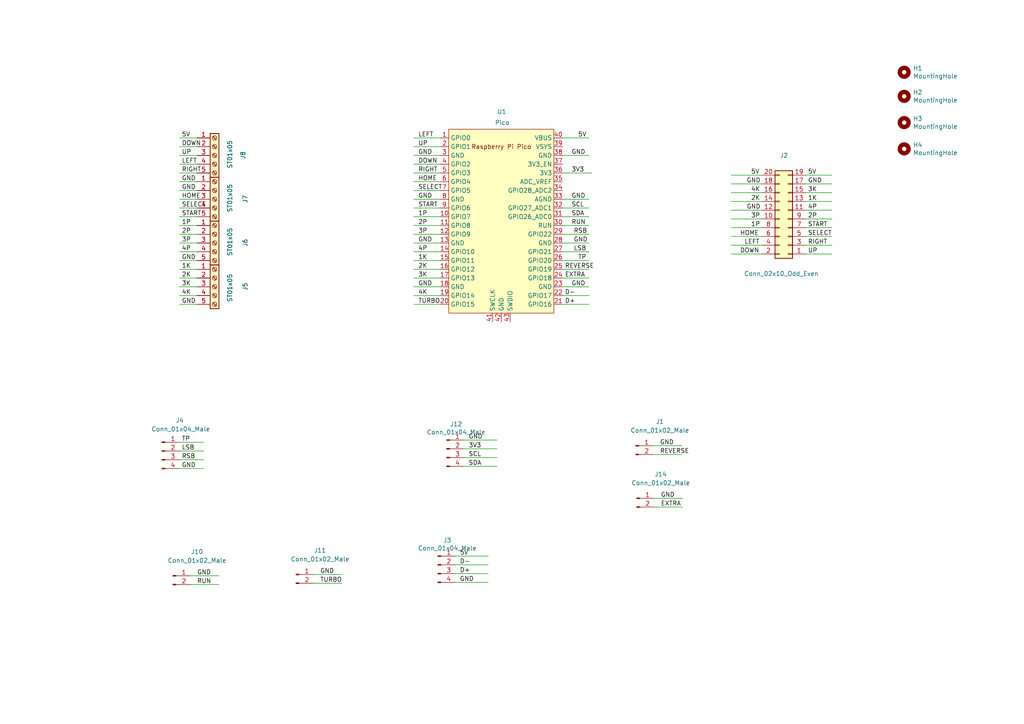
<source format=kicad_sch>
(kicad_sch (version 20230121) (generator eeschema)

  (uuid abcc2b69-90a2-47de-a5c5-49c2952b4441)

  (paper "A4")

  (lib_symbols
    (symbol "Connector:Screw_Terminal_01x05" (pin_names (offset 1.016) hide) (in_bom yes) (on_board yes)
      (property "Reference" "J" (at 0 7.62 0)
        (effects (font (size 1.27 1.27)))
      )
      (property "Value" "Screw_Terminal_01x05" (at 0 -7.62 0)
        (effects (font (size 1.27 1.27)))
      )
      (property "Footprint" "" (at 0 0 0)
        (effects (font (size 1.27 1.27)) hide)
      )
      (property "Datasheet" "~" (at 0 0 0)
        (effects (font (size 1.27 1.27)) hide)
      )
      (property "ki_keywords" "screw terminal" (at 0 0 0)
        (effects (font (size 1.27 1.27)) hide)
      )
      (property "ki_description" "Generic screw terminal, single row, 01x05, script generated (kicad-library-utils/schlib/autogen/connector/)" (at 0 0 0)
        (effects (font (size 1.27 1.27)) hide)
      )
      (property "ki_fp_filters" "TerminalBlock*:*" (at 0 0 0)
        (effects (font (size 1.27 1.27)) hide)
      )
      (symbol "Screw_Terminal_01x05_1_1"
        (rectangle (start -1.27 6.35) (end 1.27 -6.35)
          (stroke (width 0.254) (type default))
          (fill (type background))
        )
        (circle (center 0 -5.08) (radius 0.635)
          (stroke (width 0.1524) (type default))
          (fill (type none))
        )
        (circle (center 0 -2.54) (radius 0.635)
          (stroke (width 0.1524) (type default))
          (fill (type none))
        )
        (polyline
          (pts
            (xy -0.5334 -4.7498)
            (xy 0.3302 -5.588)
          )
          (stroke (width 0.1524) (type default))
          (fill (type none))
        )
        (polyline
          (pts
            (xy -0.5334 -2.2098)
            (xy 0.3302 -3.048)
          )
          (stroke (width 0.1524) (type default))
          (fill (type none))
        )
        (polyline
          (pts
            (xy -0.5334 0.3302)
            (xy 0.3302 -0.508)
          )
          (stroke (width 0.1524) (type default))
          (fill (type none))
        )
        (polyline
          (pts
            (xy -0.5334 2.8702)
            (xy 0.3302 2.032)
          )
          (stroke (width 0.1524) (type default))
          (fill (type none))
        )
        (polyline
          (pts
            (xy -0.5334 5.4102)
            (xy 0.3302 4.572)
          )
          (stroke (width 0.1524) (type default))
          (fill (type none))
        )
        (polyline
          (pts
            (xy -0.3556 -4.572)
            (xy 0.508 -5.4102)
          )
          (stroke (width 0.1524) (type default))
          (fill (type none))
        )
        (polyline
          (pts
            (xy -0.3556 -2.032)
            (xy 0.508 -2.8702)
          )
          (stroke (width 0.1524) (type default))
          (fill (type none))
        )
        (polyline
          (pts
            (xy -0.3556 0.508)
            (xy 0.508 -0.3302)
          )
          (stroke (width 0.1524) (type default))
          (fill (type none))
        )
        (polyline
          (pts
            (xy -0.3556 3.048)
            (xy 0.508 2.2098)
          )
          (stroke (width 0.1524) (type default))
          (fill (type none))
        )
        (polyline
          (pts
            (xy -0.3556 5.588)
            (xy 0.508 4.7498)
          )
          (stroke (width 0.1524) (type default))
          (fill (type none))
        )
        (circle (center 0 0) (radius 0.635)
          (stroke (width 0.1524) (type default))
          (fill (type none))
        )
        (circle (center 0 2.54) (radius 0.635)
          (stroke (width 0.1524) (type default))
          (fill (type none))
        )
        (circle (center 0 5.08) (radius 0.635)
          (stroke (width 0.1524) (type default))
          (fill (type none))
        )
        (pin passive line (at -5.08 5.08 0) (length 3.81)
          (name "Pin_1" (effects (font (size 1.27 1.27))))
          (number "1" (effects (font (size 1.27 1.27))))
        )
        (pin passive line (at -5.08 2.54 0) (length 3.81)
          (name "Pin_2" (effects (font (size 1.27 1.27))))
          (number "2" (effects (font (size 1.27 1.27))))
        )
        (pin passive line (at -5.08 0 0) (length 3.81)
          (name "Pin_3" (effects (font (size 1.27 1.27))))
          (number "3" (effects (font (size 1.27 1.27))))
        )
        (pin passive line (at -5.08 -2.54 0) (length 3.81)
          (name "Pin_4" (effects (font (size 1.27 1.27))))
          (number "4" (effects (font (size 1.27 1.27))))
        )
        (pin passive line (at -5.08 -5.08 0) (length 3.81)
          (name "Pin_5" (effects (font (size 1.27 1.27))))
          (number "5" (effects (font (size 1.27 1.27))))
        )
      )
    )
    (symbol "Connector_Generic:Conn_02x10_Odd_Even" (pin_names (offset 1.016) hide) (in_bom yes) (on_board yes)
      (property "Reference" "J" (at 1.27 12.7 0)
        (effects (font (size 1.27 1.27)))
      )
      (property "Value" "Conn_02x10_Odd_Even" (at 1.27 -15.24 0)
        (effects (font (size 1.27 1.27)))
      )
      (property "Footprint" "" (at 0 0 0)
        (effects (font (size 1.27 1.27)) hide)
      )
      (property "Datasheet" "~" (at 0 0 0)
        (effects (font (size 1.27 1.27)) hide)
      )
      (property "ki_keywords" "connector" (at 0 0 0)
        (effects (font (size 1.27 1.27)) hide)
      )
      (property "ki_description" "Generic connector, double row, 02x10, odd/even pin numbering scheme (row 1 odd numbers, row 2 even numbers), script generated (kicad-library-utils/schlib/autogen/connector/)" (at 0 0 0)
        (effects (font (size 1.27 1.27)) hide)
      )
      (property "ki_fp_filters" "Connector*:*_2x??_*" (at 0 0 0)
        (effects (font (size 1.27 1.27)) hide)
      )
      (symbol "Conn_02x10_Odd_Even_1_1"
        (rectangle (start -1.27 -12.573) (end 0 -12.827)
          (stroke (width 0.1524) (type default))
          (fill (type none))
        )
        (rectangle (start -1.27 -10.033) (end 0 -10.287)
          (stroke (width 0.1524) (type default))
          (fill (type none))
        )
        (rectangle (start -1.27 -7.493) (end 0 -7.747)
          (stroke (width 0.1524) (type default))
          (fill (type none))
        )
        (rectangle (start -1.27 -4.953) (end 0 -5.207)
          (stroke (width 0.1524) (type default))
          (fill (type none))
        )
        (rectangle (start -1.27 -2.413) (end 0 -2.667)
          (stroke (width 0.1524) (type default))
          (fill (type none))
        )
        (rectangle (start -1.27 0.127) (end 0 -0.127)
          (stroke (width 0.1524) (type default))
          (fill (type none))
        )
        (rectangle (start -1.27 2.667) (end 0 2.413)
          (stroke (width 0.1524) (type default))
          (fill (type none))
        )
        (rectangle (start -1.27 5.207) (end 0 4.953)
          (stroke (width 0.1524) (type default))
          (fill (type none))
        )
        (rectangle (start -1.27 7.747) (end 0 7.493)
          (stroke (width 0.1524) (type default))
          (fill (type none))
        )
        (rectangle (start -1.27 10.287) (end 0 10.033)
          (stroke (width 0.1524) (type default))
          (fill (type none))
        )
        (rectangle (start -1.27 11.43) (end 3.81 -13.97)
          (stroke (width 0.254) (type default))
          (fill (type background))
        )
        (rectangle (start 3.81 -12.573) (end 2.54 -12.827)
          (stroke (width 0.1524) (type default))
          (fill (type none))
        )
        (rectangle (start 3.81 -10.033) (end 2.54 -10.287)
          (stroke (width 0.1524) (type default))
          (fill (type none))
        )
        (rectangle (start 3.81 -7.493) (end 2.54 -7.747)
          (stroke (width 0.1524) (type default))
          (fill (type none))
        )
        (rectangle (start 3.81 -4.953) (end 2.54 -5.207)
          (stroke (width 0.1524) (type default))
          (fill (type none))
        )
        (rectangle (start 3.81 -2.413) (end 2.54 -2.667)
          (stroke (width 0.1524) (type default))
          (fill (type none))
        )
        (rectangle (start 3.81 0.127) (end 2.54 -0.127)
          (stroke (width 0.1524) (type default))
          (fill (type none))
        )
        (rectangle (start 3.81 2.667) (end 2.54 2.413)
          (stroke (width 0.1524) (type default))
          (fill (type none))
        )
        (rectangle (start 3.81 5.207) (end 2.54 4.953)
          (stroke (width 0.1524) (type default))
          (fill (type none))
        )
        (rectangle (start 3.81 7.747) (end 2.54 7.493)
          (stroke (width 0.1524) (type default))
          (fill (type none))
        )
        (rectangle (start 3.81 10.287) (end 2.54 10.033)
          (stroke (width 0.1524) (type default))
          (fill (type none))
        )
        (pin passive line (at -5.08 10.16 0) (length 3.81)
          (name "Pin_1" (effects (font (size 1.27 1.27))))
          (number "1" (effects (font (size 1.27 1.27))))
        )
        (pin passive line (at 7.62 0 180) (length 3.81)
          (name "Pin_10" (effects (font (size 1.27 1.27))))
          (number "10" (effects (font (size 1.27 1.27))))
        )
        (pin passive line (at -5.08 -2.54 0) (length 3.81)
          (name "Pin_11" (effects (font (size 1.27 1.27))))
          (number "11" (effects (font (size 1.27 1.27))))
        )
        (pin passive line (at 7.62 -2.54 180) (length 3.81)
          (name "Pin_12" (effects (font (size 1.27 1.27))))
          (number "12" (effects (font (size 1.27 1.27))))
        )
        (pin passive line (at -5.08 -5.08 0) (length 3.81)
          (name "Pin_13" (effects (font (size 1.27 1.27))))
          (number "13" (effects (font (size 1.27 1.27))))
        )
        (pin passive line (at 7.62 -5.08 180) (length 3.81)
          (name "Pin_14" (effects (font (size 1.27 1.27))))
          (number "14" (effects (font (size 1.27 1.27))))
        )
        (pin passive line (at -5.08 -7.62 0) (length 3.81)
          (name "Pin_15" (effects (font (size 1.27 1.27))))
          (number "15" (effects (font (size 1.27 1.27))))
        )
        (pin passive line (at 7.62 -7.62 180) (length 3.81)
          (name "Pin_16" (effects (font (size 1.27 1.27))))
          (number "16" (effects (font (size 1.27 1.27))))
        )
        (pin passive line (at -5.08 -10.16 0) (length 3.81)
          (name "Pin_17" (effects (font (size 1.27 1.27))))
          (number "17" (effects (font (size 1.27 1.27))))
        )
        (pin passive line (at 7.62 -10.16 180) (length 3.81)
          (name "Pin_18" (effects (font (size 1.27 1.27))))
          (number "18" (effects (font (size 1.27 1.27))))
        )
        (pin passive line (at -5.08 -12.7 0) (length 3.81)
          (name "Pin_19" (effects (font (size 1.27 1.27))))
          (number "19" (effects (font (size 1.27 1.27))))
        )
        (pin passive line (at 7.62 10.16 180) (length 3.81)
          (name "Pin_2" (effects (font (size 1.27 1.27))))
          (number "2" (effects (font (size 1.27 1.27))))
        )
        (pin passive line (at 7.62 -12.7 180) (length 3.81)
          (name "Pin_20" (effects (font (size 1.27 1.27))))
          (number "20" (effects (font (size 1.27 1.27))))
        )
        (pin passive line (at -5.08 7.62 0) (length 3.81)
          (name "Pin_3" (effects (font (size 1.27 1.27))))
          (number "3" (effects (font (size 1.27 1.27))))
        )
        (pin passive line (at 7.62 7.62 180) (length 3.81)
          (name "Pin_4" (effects (font (size 1.27 1.27))))
          (number "4" (effects (font (size 1.27 1.27))))
        )
        (pin passive line (at -5.08 5.08 0) (length 3.81)
          (name "Pin_5" (effects (font (size 1.27 1.27))))
          (number "5" (effects (font (size 1.27 1.27))))
        )
        (pin passive line (at 7.62 5.08 180) (length 3.81)
          (name "Pin_6" (effects (font (size 1.27 1.27))))
          (number "6" (effects (font (size 1.27 1.27))))
        )
        (pin passive line (at -5.08 2.54 0) (length 3.81)
          (name "Pin_7" (effects (font (size 1.27 1.27))))
          (number "7" (effects (font (size 1.27 1.27))))
        )
        (pin passive line (at 7.62 2.54 180) (length 3.81)
          (name "Pin_8" (effects (font (size 1.27 1.27))))
          (number "8" (effects (font (size 1.27 1.27))))
        )
        (pin passive line (at -5.08 0 0) (length 3.81)
          (name "Pin_9" (effects (font (size 1.27 1.27))))
          (number "9" (effects (font (size 1.27 1.27))))
        )
      )
    )
    (symbol "Mechanical:MountingHole" (pin_names (offset 1.016)) (in_bom yes) (on_board yes)
      (property "Reference" "H" (at 0 5.08 0)
        (effects (font (size 1.27 1.27)))
      )
      (property "Value" "MountingHole" (at 0 3.175 0)
        (effects (font (size 1.27 1.27)))
      )
      (property "Footprint" "" (at 0 0 0)
        (effects (font (size 1.27 1.27)) hide)
      )
      (property "Datasheet" "~" (at 0 0 0)
        (effects (font (size 1.27 1.27)) hide)
      )
      (property "ki_keywords" "mounting hole" (at 0 0 0)
        (effects (font (size 1.27 1.27)) hide)
      )
      (property "ki_description" "Mounting Hole without connection" (at 0 0 0)
        (effects (font (size 1.27 1.27)) hide)
      )
      (property "ki_fp_filters" "MountingHole*" (at 0 0 0)
        (effects (font (size 1.27 1.27)) hide)
      )
      (symbol "MountingHole_0_1"
        (circle (center 0 0) (radius 1.27)
          (stroke (width 1.27) (type default))
          (fill (type none))
        )
      )
    )
    (symbol "PicoFightingBoard-rescue:Conn_01x02_Male-Connector" (pin_names (offset 1.016) hide) (in_bom yes) (on_board yes)
      (property "Reference" "J" (at 0 2.54 0)
        (effects (font (size 1.27 1.27)))
      )
      (property "Value" "Connector_Conn_01x02_Male" (at 0 -5.08 0)
        (effects (font (size 1.27 1.27)))
      )
      (property "Footprint" "" (at 0 0 0)
        (effects (font (size 1.27 1.27)) hide)
      )
      (property "Datasheet" "" (at 0 0 0)
        (effects (font (size 1.27 1.27)) hide)
      )
      (property "ki_fp_filters" "Connector*:*_1x??_*" (at 0 0 0)
        (effects (font (size 1.27 1.27)) hide)
      )
      (symbol "Conn_01x02_Male-Connector_1_1"
        (polyline
          (pts
            (xy 1.27 -2.54)
            (xy 0.8636 -2.54)
          )
          (stroke (width 0.1524) (type solid))
          (fill (type none))
        )
        (polyline
          (pts
            (xy 1.27 0)
            (xy 0.8636 0)
          )
          (stroke (width 0.1524) (type solid))
          (fill (type none))
        )
        (rectangle (start 0.8636 -2.413) (end 0 -2.667)
          (stroke (width 0.1524) (type solid))
          (fill (type outline))
        )
        (rectangle (start 0.8636 0.127) (end 0 -0.127)
          (stroke (width 0.1524) (type solid))
          (fill (type outline))
        )
        (pin passive line (at 5.08 0 180) (length 3.81)
          (name "Pin_1" (effects (font (size 1.27 1.27))))
          (number "1" (effects (font (size 1.27 1.27))))
        )
        (pin passive line (at 5.08 -2.54 180) (length 3.81)
          (name "Pin_2" (effects (font (size 1.27 1.27))))
          (number "2" (effects (font (size 1.27 1.27))))
        )
      )
    )
    (symbol "PicoFightingBoard-rescue:Conn_01x04_Male-Connector" (pin_names (offset 1.016) hide) (in_bom yes) (on_board yes)
      (property "Reference" "J" (at 0 5.08 0)
        (effects (font (size 1.27 1.27)))
      )
      (property "Value" "Connector_Conn_01x04_Male" (at 0 -7.62 0)
        (effects (font (size 1.27 1.27)))
      )
      (property "Footprint" "" (at 0 0 0)
        (effects (font (size 1.27 1.27)) hide)
      )
      (property "Datasheet" "" (at 0 0 0)
        (effects (font (size 1.27 1.27)) hide)
      )
      (property "ki_fp_filters" "Connector*:*_1x??_*" (at 0 0 0)
        (effects (font (size 1.27 1.27)) hide)
      )
      (symbol "Conn_01x04_Male-Connector_1_1"
        (polyline
          (pts
            (xy 1.27 -5.08)
            (xy 0.8636 -5.08)
          )
          (stroke (width 0.1524) (type solid))
          (fill (type none))
        )
        (polyline
          (pts
            (xy 1.27 -2.54)
            (xy 0.8636 -2.54)
          )
          (stroke (width 0.1524) (type solid))
          (fill (type none))
        )
        (polyline
          (pts
            (xy 1.27 0)
            (xy 0.8636 0)
          )
          (stroke (width 0.1524) (type solid))
          (fill (type none))
        )
        (polyline
          (pts
            (xy 1.27 2.54)
            (xy 0.8636 2.54)
          )
          (stroke (width 0.1524) (type solid))
          (fill (type none))
        )
        (rectangle (start 0.8636 -4.953) (end 0 -5.207)
          (stroke (width 0.1524) (type solid))
          (fill (type outline))
        )
        (rectangle (start 0.8636 -2.413) (end 0 -2.667)
          (stroke (width 0.1524) (type solid))
          (fill (type outline))
        )
        (rectangle (start 0.8636 0.127) (end 0 -0.127)
          (stroke (width 0.1524) (type solid))
          (fill (type outline))
        )
        (rectangle (start 0.8636 2.667) (end 0 2.413)
          (stroke (width 0.1524) (type solid))
          (fill (type outline))
        )
        (pin passive line (at 5.08 2.54 180) (length 3.81)
          (name "Pin_1" (effects (font (size 1.27 1.27))))
          (number "1" (effects (font (size 1.27 1.27))))
        )
        (pin passive line (at 5.08 0 180) (length 3.81)
          (name "Pin_2" (effects (font (size 1.27 1.27))))
          (number "2" (effects (font (size 1.27 1.27))))
        )
        (pin passive line (at 5.08 -2.54 180) (length 3.81)
          (name "Pin_3" (effects (font (size 1.27 1.27))))
          (number "3" (effects (font (size 1.27 1.27))))
        )
        (pin passive line (at 5.08 -5.08 180) (length 3.81)
          (name "Pin_4" (effects (font (size 1.27 1.27))))
          (number "4" (effects (font (size 1.27 1.27))))
        )
      )
    )
    (symbol "PicoFightingBoard-rescue:Pico-MCU_RaspberryPi_and_Boards" (in_bom yes) (on_board yes)
      (property "Reference" "U" (at -13.97 27.94 0)
        (effects (font (size 1.27 1.27)))
      )
      (property "Value" "MCU_RaspberryPi_and_Boards_Pico" (at 0 19.05 0)
        (effects (font (size 1.27 1.27)))
      )
      (property "Footprint" "RPi_Pico:RPi_Pico_SMD_TH" (at 0 0 90)
        (effects (font (size 1.27 1.27)) hide)
      )
      (property "Datasheet" "" (at 0 0 0)
        (effects (font (size 1.27 1.27)) hide)
      )
      (symbol "Pico-MCU_RaspberryPi_and_Boards_0_0"
        (text "Raspberry Pi Pico" (at 0 21.59 0)
          (effects (font (size 1.27 1.27)))
        )
      )
      (symbol "Pico-MCU_RaspberryPi_and_Boards_0_1"
        (rectangle (start -15.24 26.67) (end 15.24 -26.67)
          (stroke (width 0) (type solid))
          (fill (type background))
        )
      )
      (symbol "Pico-MCU_RaspberryPi_and_Boards_1_1"
        (pin bidirectional line (at -17.78 24.13 0) (length 2.54)
          (name "GPIO0" (effects (font (size 1.27 1.27))))
          (number "1" (effects (font (size 1.27 1.27))))
        )
        (pin bidirectional line (at -17.78 1.27 0) (length 2.54)
          (name "GPIO7" (effects (font (size 1.27 1.27))))
          (number "10" (effects (font (size 1.27 1.27))))
        )
        (pin bidirectional line (at -17.78 -1.27 0) (length 2.54)
          (name "GPIO8" (effects (font (size 1.27 1.27))))
          (number "11" (effects (font (size 1.27 1.27))))
        )
        (pin bidirectional line (at -17.78 -3.81 0) (length 2.54)
          (name "GPIO9" (effects (font (size 1.27 1.27))))
          (number "12" (effects (font (size 1.27 1.27))))
        )
        (pin power_in line (at -17.78 -6.35 0) (length 2.54)
          (name "GND" (effects (font (size 1.27 1.27))))
          (number "13" (effects (font (size 1.27 1.27))))
        )
        (pin bidirectional line (at -17.78 -8.89 0) (length 2.54)
          (name "GPIO10" (effects (font (size 1.27 1.27))))
          (number "14" (effects (font (size 1.27 1.27))))
        )
        (pin bidirectional line (at -17.78 -11.43 0) (length 2.54)
          (name "GPIO11" (effects (font (size 1.27 1.27))))
          (number "15" (effects (font (size 1.27 1.27))))
        )
        (pin bidirectional line (at -17.78 -13.97 0) (length 2.54)
          (name "GPIO12" (effects (font (size 1.27 1.27))))
          (number "16" (effects (font (size 1.27 1.27))))
        )
        (pin bidirectional line (at -17.78 -16.51 0) (length 2.54)
          (name "GPIO13" (effects (font (size 1.27 1.27))))
          (number "17" (effects (font (size 1.27 1.27))))
        )
        (pin power_in line (at -17.78 -19.05 0) (length 2.54)
          (name "GND" (effects (font (size 1.27 1.27))))
          (number "18" (effects (font (size 1.27 1.27))))
        )
        (pin bidirectional line (at -17.78 -21.59 0) (length 2.54)
          (name "GPIO14" (effects (font (size 1.27 1.27))))
          (number "19" (effects (font (size 1.27 1.27))))
        )
        (pin bidirectional line (at -17.78 21.59 0) (length 2.54)
          (name "GPIO1" (effects (font (size 1.27 1.27))))
          (number "2" (effects (font (size 1.27 1.27))))
        )
        (pin bidirectional line (at -17.78 -24.13 0) (length 2.54)
          (name "GPIO15" (effects (font (size 1.27 1.27))))
          (number "20" (effects (font (size 1.27 1.27))))
        )
        (pin bidirectional line (at 17.78 -24.13 180) (length 2.54)
          (name "GPIO16" (effects (font (size 1.27 1.27))))
          (number "21" (effects (font (size 1.27 1.27))))
        )
        (pin bidirectional line (at 17.78 -21.59 180) (length 2.54)
          (name "GPIO17" (effects (font (size 1.27 1.27))))
          (number "22" (effects (font (size 1.27 1.27))))
        )
        (pin power_in line (at 17.78 -19.05 180) (length 2.54)
          (name "GND" (effects (font (size 1.27 1.27))))
          (number "23" (effects (font (size 1.27 1.27))))
        )
        (pin bidirectional line (at 17.78 -16.51 180) (length 2.54)
          (name "GPIO18" (effects (font (size 1.27 1.27))))
          (number "24" (effects (font (size 1.27 1.27))))
        )
        (pin bidirectional line (at 17.78 -13.97 180) (length 2.54)
          (name "GPIO19" (effects (font (size 1.27 1.27))))
          (number "25" (effects (font (size 1.27 1.27))))
        )
        (pin bidirectional line (at 17.78 -11.43 180) (length 2.54)
          (name "GPIO20" (effects (font (size 1.27 1.27))))
          (number "26" (effects (font (size 1.27 1.27))))
        )
        (pin bidirectional line (at 17.78 -8.89 180) (length 2.54)
          (name "GPIO21" (effects (font (size 1.27 1.27))))
          (number "27" (effects (font (size 1.27 1.27))))
        )
        (pin power_in line (at 17.78 -6.35 180) (length 2.54)
          (name "GND" (effects (font (size 1.27 1.27))))
          (number "28" (effects (font (size 1.27 1.27))))
        )
        (pin bidirectional line (at 17.78 -3.81 180) (length 2.54)
          (name "GPIO22" (effects (font (size 1.27 1.27))))
          (number "29" (effects (font (size 1.27 1.27))))
        )
        (pin power_in line (at -17.78 19.05 0) (length 2.54)
          (name "GND" (effects (font (size 1.27 1.27))))
          (number "3" (effects (font (size 1.27 1.27))))
        )
        (pin input line (at 17.78 -1.27 180) (length 2.54)
          (name "RUN" (effects (font (size 1.27 1.27))))
          (number "30" (effects (font (size 1.27 1.27))))
        )
        (pin bidirectional line (at 17.78 1.27 180) (length 2.54)
          (name "GPIO26_ADC0" (effects (font (size 1.27 1.27))))
          (number "31" (effects (font (size 1.27 1.27))))
        )
        (pin bidirectional line (at 17.78 3.81 180) (length 2.54)
          (name "GPIO27_ADC1" (effects (font (size 1.27 1.27))))
          (number "32" (effects (font (size 1.27 1.27))))
        )
        (pin power_in line (at 17.78 6.35 180) (length 2.54)
          (name "AGND" (effects (font (size 1.27 1.27))))
          (number "33" (effects (font (size 1.27 1.27))))
        )
        (pin bidirectional line (at 17.78 8.89 180) (length 2.54)
          (name "GPIO28_ADC2" (effects (font (size 1.27 1.27))))
          (number "34" (effects (font (size 1.27 1.27))))
        )
        (pin power_in line (at 17.78 11.43 180) (length 2.54)
          (name "ADC_VREF" (effects (font (size 1.27 1.27))))
          (number "35" (effects (font (size 1.27 1.27))))
        )
        (pin power_in line (at 17.78 13.97 180) (length 2.54)
          (name "3V3" (effects (font (size 1.27 1.27))))
          (number "36" (effects (font (size 1.27 1.27))))
        )
        (pin input line (at 17.78 16.51 180) (length 2.54)
          (name "3V3_EN" (effects (font (size 1.27 1.27))))
          (number "37" (effects (font (size 1.27 1.27))))
        )
        (pin bidirectional line (at 17.78 19.05 180) (length 2.54)
          (name "GND" (effects (font (size 1.27 1.27))))
          (number "38" (effects (font (size 1.27 1.27))))
        )
        (pin power_in line (at 17.78 21.59 180) (length 2.54)
          (name "VSYS" (effects (font (size 1.27 1.27))))
          (number "39" (effects (font (size 1.27 1.27))))
        )
        (pin bidirectional line (at -17.78 16.51 0) (length 2.54)
          (name "GPIO2" (effects (font (size 1.27 1.27))))
          (number "4" (effects (font (size 1.27 1.27))))
        )
        (pin power_in line (at 17.78 24.13 180) (length 2.54)
          (name "VBUS" (effects (font (size 1.27 1.27))))
          (number "40" (effects (font (size 1.27 1.27))))
        )
        (pin input line (at -2.54 -29.21 90) (length 2.54)
          (name "SWCLK" (effects (font (size 1.27 1.27))))
          (number "41" (effects (font (size 1.27 1.27))))
        )
        (pin power_in line (at 0 -29.21 90) (length 2.54)
          (name "GND" (effects (font (size 1.27 1.27))))
          (number "42" (effects (font (size 1.27 1.27))))
        )
        (pin bidirectional line (at 2.54 -29.21 90) (length 2.54)
          (name "SWDIO" (effects (font (size 1.27 1.27))))
          (number "43" (effects (font (size 1.27 1.27))))
        )
        (pin bidirectional line (at -17.78 13.97 0) (length 2.54)
          (name "GPIO3" (effects (font (size 1.27 1.27))))
          (number "5" (effects (font (size 1.27 1.27))))
        )
        (pin bidirectional line (at -17.78 11.43 0) (length 2.54)
          (name "GPIO4" (effects (font (size 1.27 1.27))))
          (number "6" (effects (font (size 1.27 1.27))))
        )
        (pin bidirectional line (at -17.78 8.89 0) (length 2.54)
          (name "GPIO5" (effects (font (size 1.27 1.27))))
          (number "7" (effects (font (size 1.27 1.27))))
        )
        (pin power_in line (at -17.78 6.35 0) (length 2.54)
          (name "GND" (effects (font (size 1.27 1.27))))
          (number "8" (effects (font (size 1.27 1.27))))
        )
        (pin bidirectional line (at -17.78 3.81 0) (length 2.54)
          (name "GPIO6" (effects (font (size 1.27 1.27))))
          (number "9" (effects (font (size 1.27 1.27))))
        )
      )
    )
  )


  (wire (pts (xy 57.15 55.245) (xy 52.07 55.245))
    (stroke (width 0) (type default))
    (uuid 03030774-b921-4996-bfca-0bd6137f4d7a)
  )
  (wire (pts (xy 212.09 73.66) (xy 220.98 73.66))
    (stroke (width 0) (type default))
    (uuid 04cf47b0-e983-4d91-80e8-abce4a9aea71)
  )
  (wire (pts (xy 57.15 73.025) (xy 52.07 73.025))
    (stroke (width 0) (type default))
    (uuid 088208f6-4af3-4635-a12c-4e01f4816953)
  )
  (wire (pts (xy 57.15 47.625) (xy 52.07 47.625))
    (stroke (width 0) (type default))
    (uuid 0ac6cc73-67d3-4a6d-a3a8-bb6117f81eed)
  )
  (wire (pts (xy 120.015 80.645) (xy 127.635 80.645))
    (stroke (width 0) (type default))
    (uuid 0c674544-672d-4f78-9da9-4ee6a4962e86)
  )
  (wire (pts (xy 241.3 63.5) (xy 233.68 63.5))
    (stroke (width 0) (type default))
    (uuid 0ef1decf-fb32-41d0-b250-3cd787bc4c39)
  )
  (wire (pts (xy 57.15 50.165) (xy 52.07 50.165))
    (stroke (width 0) (type default))
    (uuid 136004f1-e8ff-46f1-9b41-4ecfb034cf97)
  )
  (wire (pts (xy 120.015 55.245) (xy 127.635 55.245))
    (stroke (width 0) (type default))
    (uuid 1af3baf7-d9e0-4e9a-bcaf-c687658eb704)
  )
  (wire (pts (xy 170.815 60.325) (xy 163.195 60.325))
    (stroke (width 0) (type default))
    (uuid 1e86c71c-9497-41dc-82e7-3093b2b86def)
  )
  (wire (pts (xy 170.815 45.085) (xy 163.195 45.085))
    (stroke (width 0) (type default))
    (uuid 20f80caf-7687-45b2-9343-9d19556230c7)
  )
  (wire (pts (xy 197.993 144.526) (xy 189.738 144.526))
    (stroke (width 0) (type default))
    (uuid 24b15313-aff6-4ff6-817f-6f86b0e2a817)
  )
  (wire (pts (xy 120.015 45.085) (xy 127.635 45.085))
    (stroke (width 0) (type default))
    (uuid 2581011b-5e39-4771-824c-721631873632)
  )
  (wire (pts (xy 241.3 71.12) (xy 233.68 71.12))
    (stroke (width 0) (type default))
    (uuid 25cc837b-63ef-4ee8-96ed-be80db0f63c1)
  )
  (wire (pts (xy 212.09 68.58) (xy 220.98 68.58))
    (stroke (width 0) (type default))
    (uuid 26cbb82e-328f-4cdb-9316-8cad8f4f3f2d)
  )
  (wire (pts (xy 57.15 67.945) (xy 52.07 67.945))
    (stroke (width 0) (type default))
    (uuid 3491cfac-eaaf-4e6f-9c16-fd4ec13a62bf)
  )
  (wire (pts (xy 120.015 60.325) (xy 127.635 60.325))
    (stroke (width 0) (type default))
    (uuid 34e8ab9d-0259-4540-a8cc-6c8b2b47a92b)
  )
  (wire (pts (xy 99.187 169.164) (xy 90.932 169.164))
    (stroke (width 0) (type default))
    (uuid 36ea5689-2e88-45ab-8d15-dcb1b509edc0)
  )
  (wire (pts (xy 170.815 85.725) (xy 163.195 85.725))
    (stroke (width 0) (type default))
    (uuid 39001814-e262-4b23-afaf-c7a2da5b7d0e)
  )
  (wire (pts (xy 59.055 135.89) (xy 52.07 135.89))
    (stroke (width 0) (type default))
    (uuid 3c277fc7-f111-4e52-a69d-c18b1cb78309)
  )
  (wire (pts (xy 241.3 60.96) (xy 233.68 60.96))
    (stroke (width 0) (type default))
    (uuid 3ed9e787-991d-4d78-8612-362ae0d04a84)
  )
  (wire (pts (xy 197.739 131.826) (xy 189.484 131.826))
    (stroke (width 0) (type default))
    (uuid 40399399-e3fd-4059-b7ee-6090380c872c)
  )
  (wire (pts (xy 171.704 50.165) (xy 163.195 50.165))
    (stroke (width 0) (type default))
    (uuid 403ee0c1-af8c-4ec5-9afb-abb28867dd93)
  )
  (wire (pts (xy 170.815 78.105) (xy 163.195 78.105))
    (stroke (width 0) (type default))
    (uuid 40e30b44-52ef-488c-9ec7-f9171b08f122)
  )
  (wire (pts (xy 57.15 40.005) (xy 52.07 40.005))
    (stroke (width 0) (type default))
    (uuid 40fcb4bc-316d-4075-9b4a-010d7f80f60e)
  )
  (wire (pts (xy 241.3 50.8) (xy 233.68 50.8))
    (stroke (width 0) (type default))
    (uuid 43c67c78-00e8-4d4e-bcbe-701562a880d7)
  )
  (wire (pts (xy 241.3 66.04) (xy 233.68 66.04))
    (stroke (width 0) (type default))
    (uuid 4c6799db-69a6-4f1d-8127-3233975278f8)
  )
  (wire (pts (xy 57.15 83.185) (xy 52.07 83.185))
    (stroke (width 0) (type default))
    (uuid 4c973d78-db26-417c-ab99-7b537de94584)
  )
  (wire (pts (xy 141.605 161.29) (xy 132.08 161.29))
    (stroke (width 0) (type default))
    (uuid 514a155a-2c1b-4fe7-baec-c53c4d5ef505)
  )
  (wire (pts (xy 241.3 58.42) (xy 233.68 58.42))
    (stroke (width 0) (type default))
    (uuid 5448f5d5-ec9d-4c46-8981-9c21499431eb)
  )
  (wire (pts (xy 141.605 168.91) (xy 132.08 168.91))
    (stroke (width 0) (type default))
    (uuid 544ad32e-f80d-4d94-92dd-638be490be48)
  )
  (wire (pts (xy 212.09 60.96) (xy 220.98 60.96))
    (stroke (width 0) (type default))
    (uuid 5de00a68-a33e-40d3-9e6f-5311e9f318ae)
  )
  (wire (pts (xy 144.145 135.255) (xy 134.62 135.255))
    (stroke (width 0) (type default))
    (uuid 5ea85bb2-513e-4d0d-a71d-b02a6620c692)
  )
  (wire (pts (xy 170.815 62.865) (xy 163.195 62.865))
    (stroke (width 0) (type default))
    (uuid 6007683e-f15d-4913-bbbb-2f2b66ecfb50)
  )
  (wire (pts (xy 57.15 80.645) (xy 52.07 80.645))
    (stroke (width 0) (type default))
    (uuid 62f67241-2bf7-4fb3-b57a-6aa380171157)
  )
  (wire (pts (xy 120.015 78.105) (xy 127.635 78.105))
    (stroke (width 0) (type default))
    (uuid 63c45b3d-0567-492a-a3f8-087ca89cf5e6)
  )
  (wire (pts (xy 170.815 83.185) (xy 163.195 83.185))
    (stroke (width 0) (type default))
    (uuid 64315bab-88b0-489e-bbbb-e31f50e67748)
  )
  (wire (pts (xy 241.3 53.34) (xy 233.68 53.34))
    (stroke (width 0) (type default))
    (uuid 670ffcb1-a78e-485b-bac5-41a79d4121d6)
  )
  (wire (pts (xy 212.09 71.12) (xy 220.98 71.12))
    (stroke (width 0) (type default))
    (uuid 6806915e-060f-46b9-aabb-517a3cb070e0)
  )
  (wire (pts (xy 99.187 166.624) (xy 90.932 166.624))
    (stroke (width 0) (type default))
    (uuid 6b6c05b9-a073-417a-9f64-20a1fff8300c)
  )
  (wire (pts (xy 212.09 63.5) (xy 220.98 63.5))
    (stroke (width 0) (type default))
    (uuid 72c7658d-8b29-4fee-8dbd-fdde8ac6690a)
  )
  (wire (pts (xy 120.015 47.625) (xy 127.635 47.625))
    (stroke (width 0) (type default))
    (uuid 75bee826-3d67-421f-9caa-e5408bd5b3fa)
  )
  (wire (pts (xy 212.09 55.88) (xy 220.98 55.88))
    (stroke (width 0) (type default))
    (uuid 7d547860-2190-4a70-a26f-f7dc7a3d795a)
  )
  (wire (pts (xy 170.815 70.485) (xy 163.195 70.485))
    (stroke (width 0) (type default))
    (uuid 7d6cb849-d285-4098-9d32-b78c0ce05981)
  )
  (wire (pts (xy 120.015 67.945) (xy 127.635 67.945))
    (stroke (width 0) (type default))
    (uuid 7e48367e-26da-4f20-8a24-44895e9e88c1)
  )
  (wire (pts (xy 63.5 169.545) (xy 55.245 169.545))
    (stroke (width 0) (type default))
    (uuid 7eb3b148-ffc0-483d-9836-8af15e84fc3f)
  )
  (wire (pts (xy 57.15 75.565) (xy 52.07 75.565))
    (stroke (width 0) (type default))
    (uuid 7f3db63e-2dd6-48f8-b309-450a3b89031a)
  )
  (wire (pts (xy 144.145 127.635) (xy 134.62 127.635))
    (stroke (width 0) (type default))
    (uuid 82b3557b-82e2-4490-b4e0-3c21596e52b4)
  )
  (wire (pts (xy 120.015 57.785) (xy 127.635 57.785))
    (stroke (width 0) (type default))
    (uuid 86b5c217-6534-4735-88ca-a71d0230a917)
  )
  (wire (pts (xy 57.15 78.105) (xy 52.07 78.105))
    (stroke (width 0) (type default))
    (uuid 8759ff42-87ef-4944-8870-3ec3d1d59be9)
  )
  (wire (pts (xy 120.015 42.545) (xy 127.635 42.545))
    (stroke (width 0) (type default))
    (uuid 8a4d29a2-b9a4-4d13-bbb7-d9ab7b4edccf)
  )
  (wire (pts (xy 144.145 132.715) (xy 134.62 132.715))
    (stroke (width 0) (type default))
    (uuid 8add81b6-3ce4-4139-94bf-385e01686c23)
  )
  (wire (pts (xy 57.15 52.705) (xy 52.07 52.705))
    (stroke (width 0) (type default))
    (uuid 8b2b1ffc-a8d8-4037-a260-a3cc65f3755f)
  )
  (wire (pts (xy 241.3 73.66) (xy 233.68 73.66))
    (stroke (width 0) (type default))
    (uuid 8c8c1228-4be4-405c-a9c7-c898b56c1457)
  )
  (wire (pts (xy 57.15 62.865) (xy 52.07 62.865))
    (stroke (width 0) (type default))
    (uuid 946431db-6e54-470c-ab0f-921d4150e5cb)
  )
  (wire (pts (xy 57.15 88.265) (xy 52.07 88.265))
    (stroke (width 0) (type default))
    (uuid 953fc83b-ee27-414b-aaf7-f8180316516e)
  )
  (wire (pts (xy 197.993 147.066) (xy 189.738 147.066))
    (stroke (width 0) (type default))
    (uuid 95658baf-f7aa-435d-bbfa-8f6539c5409b)
  )
  (wire (pts (xy 57.15 65.405) (xy 52.07 65.405))
    (stroke (width 0) (type default))
    (uuid 962dbae7-8b84-4eef-aa22-b1f86bfddf57)
  )
  (wire (pts (xy 120.015 85.725) (xy 127.635 85.725))
    (stroke (width 0) (type default))
    (uuid a266635c-8d36-437f-951a-4afef6557c03)
  )
  (wire (pts (xy 120.015 73.025) (xy 127.635 73.025))
    (stroke (width 0) (type default))
    (uuid a59df621-2ceb-4d62-9be4-cee9c78ee4b0)
  )
  (wire (pts (xy 59.055 133.35) (xy 52.07 133.35))
    (stroke (width 0) (type default))
    (uuid a5b69f87-caaa-46c0-add9-67244a758386)
  )
  (wire (pts (xy 144.145 130.175) (xy 134.62 130.175))
    (stroke (width 0) (type default))
    (uuid aba77e2a-dfdb-4251-91e2-d476f2ee8f4c)
  )
  (wire (pts (xy 57.15 85.725) (xy 52.07 85.725))
    (stroke (width 0) (type default))
    (uuid aef40dd9-b04f-4345-8120-ba7c6e31c245)
  )
  (wire (pts (xy 170.815 73.025) (xy 163.195 73.025))
    (stroke (width 0) (type default))
    (uuid b36ffc59-8f3d-43c5-a481-4115b56373bb)
  )
  (wire (pts (xy 212.09 66.04) (xy 220.98 66.04))
    (stroke (width 0) (type default))
    (uuid b5bc8988-6d45-4919-ad13-2782fe8470eb)
  )
  (wire (pts (xy 120.015 88.265) (xy 127.635 88.265))
    (stroke (width 0) (type default))
    (uuid b7f65844-0b00-4685-83a2-b7bce484204c)
  )
  (wire (pts (xy 170.815 80.645) (xy 163.195 80.645))
    (stroke (width 0) (type default))
    (uuid b8f1554d-cc12-48a2-ae67-b0f7a6c5c4f0)
  )
  (wire (pts (xy 241.3 55.88) (xy 233.68 55.88))
    (stroke (width 0) (type default))
    (uuid bcaa10ce-eafb-4126-b913-7bcb3d251142)
  )
  (wire (pts (xy 57.15 42.545) (xy 52.07 42.545))
    (stroke (width 0) (type default))
    (uuid be2f742c-450c-4894-bc84-3190fa2cc6c5)
  )
  (wire (pts (xy 197.739 129.286) (xy 189.484 129.286))
    (stroke (width 0) (type default))
    (uuid bf58d160-423a-418f-a038-92fc1854d10c)
  )
  (wire (pts (xy 120.015 70.485) (xy 127.635 70.485))
    (stroke (width 0) (type default))
    (uuid c4f46c59-4827-4361-bc6b-4b79a854c236)
  )
  (wire (pts (xy 57.15 70.485) (xy 52.07 70.485))
    (stroke (width 0) (type default))
    (uuid ce1ed5ef-f7d9-4d12-b45d-2d52dcf35de4)
  )
  (wire (pts (xy 63.5 167.005) (xy 55.245 167.005))
    (stroke (width 0) (type default))
    (uuid d28f6944-e8bd-46e0-8870-6b4d590bf5cf)
  )
  (wire (pts (xy 120.015 62.865) (xy 127.635 62.865))
    (stroke (width 0) (type default))
    (uuid d3f2ec68-8b40-49e7-ad81-bee091647183)
  )
  (wire (pts (xy 163.195 40.005) (xy 170.815 40.005))
    (stroke (width 0) (type default))
    (uuid d53110b0-f314-40a1-a719-94e6e542f480)
  )
  (wire (pts (xy 120.015 83.185) (xy 127.635 83.185))
    (stroke (width 0) (type default))
    (uuid d8bdccb4-3a62-4a53-a1a9-56b3e5ffba5a)
  )
  (wire (pts (xy 241.3 68.58) (xy 233.68 68.58))
    (stroke (width 0) (type default))
    (uuid d934d563-2e01-4f03-bf2e-81803ea69410)
  )
  (wire (pts (xy 120.015 52.705) (xy 127.635 52.705))
    (stroke (width 0) (type default))
    (uuid d9f0691e-3532-4d1e-85a6-8279b65b303a)
  )
  (wire (pts (xy 120.015 65.405) (xy 127.635 65.405))
    (stroke (width 0) (type default))
    (uuid daf83594-78db-48cd-8eed-51910d5e361b)
  )
  (wire (pts (xy 170.815 75.565) (xy 163.195 75.565))
    (stroke (width 0) (type default))
    (uuid de3f114c-b594-4189-8e71-4ec5dea62e57)
  )
  (wire (pts (xy 141.605 166.37) (xy 132.08 166.37))
    (stroke (width 0) (type default))
    (uuid de61314d-d8f5-40be-b7b8-6b26b8e06654)
  )
  (wire (pts (xy 57.15 60.325) (xy 52.07 60.325))
    (stroke (width 0) (type default))
    (uuid dfbd6f57-546f-4d00-b8b3-7bdac12afbab)
  )
  (wire (pts (xy 59.055 128.27) (xy 52.07 128.27))
    (stroke (width 0) (type default))
    (uuid e2496650-37dc-47c3-b6dd-3c8e7bf06e3a)
  )
  (wire (pts (xy 170.815 65.405) (xy 163.195 65.405))
    (stroke (width 0) (type default))
    (uuid e3823096-c6c3-4a86-b6ec-a08943da9abf)
  )
  (wire (pts (xy 59.055 130.81) (xy 52.07 130.81))
    (stroke (width 0) (type default))
    (uuid e730981f-888d-4139-a9a5-ba1860e910cc)
  )
  (wire (pts (xy 120.015 75.565) (xy 127.635 75.565))
    (stroke (width 0) (type default))
    (uuid e7ebc782-5c0e-4e6f-8468-e72e5e21cac6)
  )
  (wire (pts (xy 212.09 53.34) (xy 220.98 53.34))
    (stroke (width 0) (type default))
    (uuid e85f54e4-cf90-459e-bc8c-feb6b23b7408)
  )
  (wire (pts (xy 120.015 40.005) (xy 127.635 40.005))
    (stroke (width 0) (type default))
    (uuid ebce1dd6-874b-4d37-aede-9035dbed37cb)
  )
  (wire (pts (xy 57.15 57.785) (xy 52.07 57.785))
    (stroke (width 0) (type default))
    (uuid ed0f0e2e-ee50-41c5-b8cc-abbcedc8fbbe)
  )
  (wire (pts (xy 170.815 67.945) (xy 163.195 67.945))
    (stroke (width 0) (type default))
    (uuid ef06edaf-24f0-4149-b01a-c103eaed1aa7)
  )
  (wire (pts (xy 212.09 58.42) (xy 220.98 58.42))
    (stroke (width 0) (type default))
    (uuid f09ee43c-eb8d-413e-9165-4422ff5ff7e0)
  )
  (wire (pts (xy 212.09 50.8) (xy 220.98 50.8))
    (stroke (width 0) (type default))
    (uuid f0a30e42-00c2-42ec-8561-1408f992082e)
  )
  (wire (pts (xy 170.815 57.785) (xy 163.195 57.785))
    (stroke (width 0) (type default))
    (uuid f405a7ca-73d9-4e4d-bd07-2c9e91cba92b)
  )
  (wire (pts (xy 120.015 50.165) (xy 127.635 50.165))
    (stroke (width 0) (type default))
    (uuid f6907eb2-7dae-4f96-9055-894f709e1f21)
  )
  (wire (pts (xy 57.15 45.085) (xy 52.07 45.085))
    (stroke (width 0) (type default))
    (uuid f6aaf3aa-2933-4007-bef3-4324b8a605ee)
  )
  (wire (pts (xy 170.815 88.265) (xy 163.195 88.265))
    (stroke (width 0) (type default))
    (uuid f837eefc-e6c5-410d-98c7-4651d0888abc)
  )
  (wire (pts (xy 141.605 163.83) (xy 132.08 163.83))
    (stroke (width 0) (type default))
    (uuid ff562939-1a06-46ce-8891-896e021bf19e)
  )

  (label "HOME" (at 214.63 68.58 0) (fields_autoplaced)
    (effects (font (size 1.27 1.27)) (justify left bottom))
    (uuid 061db49c-3b9d-4f83-814e-5774edc1df4f)
  )
  (label "D-" (at 133.35 163.83 0) (fields_autoplaced)
    (effects (font (size 1.27 1.27)) (justify left bottom))
    (uuid 06909d48-65e8-4cd7-b62e-4cbc635e0f93)
  )
  (label "2P" (at 121.285 65.405 0) (fields_autoplaced)
    (effects (font (size 1.27 1.27)) (justify left bottom))
    (uuid 074baa81-ea44-40ba-8b53-b0e920f95d4c)
  )
  (label "RSB" (at 52.705 133.35 0) (fields_autoplaced)
    (effects (font (size 1.27 1.27)) (justify left bottom))
    (uuid 079b5c5e-89b9-4f87-9fc8-21773d31e16a)
  )
  (label "1P" (at 121.285 62.865 0) (fields_autoplaced)
    (effects (font (size 1.27 1.27)) (justify left bottom))
    (uuid 0f6b1e07-f6fd-43e6-95e2-a7ee4d899141)
  )
  (label "2K" (at 121.285 78.105 0) (fields_autoplaced)
    (effects (font (size 1.27 1.27)) (justify left bottom))
    (uuid 0fe79973-3b25-4387-b13c-769409ba340c)
  )
  (label "RUN" (at 57.15 169.545 0) (fields_autoplaced)
    (effects (font (size 1.27 1.27)) (justify left bottom))
    (uuid 11017d29-6845-41e2-909d-533715401938)
  )
  (label "GND" (at 234.315 53.34 0) (fields_autoplaced)
    (effects (font (size 1.27 1.27)) (justify left bottom))
    (uuid 11129a25-c593-4d51-adee-ba8fd42a37f4)
  )
  (label "5V" (at 217.805 50.8 0) (fields_autoplaced)
    (effects (font (size 1.27 1.27)) (justify left bottom))
    (uuid 1bf11236-1371-4a43-bbcf-fb289c2b45e4)
  )
  (label "GND" (at 92.837 166.624 0) (fields_autoplaced)
    (effects (font (size 1.27 1.27)) (justify left bottom))
    (uuid 20fb7ecc-9df8-40a5-9450-ff72b32e3874)
  )
  (label "2K" (at 217.805 58.42 0) (fields_autoplaced)
    (effects (font (size 1.27 1.27)) (justify left bottom))
    (uuid 2363d657-8961-4ee1-b333-6f2bd33fe81c)
  )
  (label "GND" (at 121.285 83.185 0) (fields_autoplaced)
    (effects (font (size 1.27 1.27)) (justify left bottom))
    (uuid 26185063-9fc5-4af5-9ba8-a6b615034580)
  )
  (label "5V" (at 167.64 40.005 0) (fields_autoplaced)
    (effects (font (size 1.27 1.27)) (justify left bottom))
    (uuid 2ad6cbb2-1963-4e47-b354-be478b81ff22)
  )
  (label "2P" (at 234.315 63.5 0) (fields_autoplaced)
    (effects (font (size 1.27 1.27)) (justify left bottom))
    (uuid 2d1c999d-4498-4843-8bc1-a04a8809c920)
  )
  (label "5V" (at 52.705 40.005 0) (fields_autoplaced)
    (effects (font (size 1.27 1.27)) (justify left bottom))
    (uuid 34569b73-c606-45ae-a0b4-b60aaff749e9)
  )
  (label "GND" (at 133.35 168.91 0) (fields_autoplaced)
    (effects (font (size 1.27 1.27)) (justify left bottom))
    (uuid 392256e5-65cd-4980-acdd-8e6b9a939e10)
  )
  (label "3P" (at 121.285 67.945 0) (fields_autoplaced)
    (effects (font (size 1.27 1.27)) (justify left bottom))
    (uuid 3d5a32a0-5e77-4a28-9dfc-ca2acafaa1a5)
  )
  (label "TP" (at 52.705 128.27 0) (fields_autoplaced)
    (effects (font (size 1.27 1.27)) (justify left bottom))
    (uuid 42c786d5-3f17-4d4d-87f8-b62851abf73c)
  )
  (label "GND" (at 52.705 135.89 0) (fields_autoplaced)
    (effects (font (size 1.27 1.27)) (justify left bottom))
    (uuid 45827e25-c0bb-4955-92ae-c41cf227b587)
  )
  (label "1K" (at 52.705 78.105 0) (fields_autoplaced)
    (effects (font (size 1.27 1.27)) (justify left bottom))
    (uuid 465c83da-584d-42c6-9774-6eea0280e4c3)
  )
  (label "RSB" (at 166.37 67.945 0) (fields_autoplaced)
    (effects (font (size 1.27 1.27)) (justify left bottom))
    (uuid 481bd609-3c06-4113-88e4-4f65ecc22df6)
  )
  (label "3V3" (at 135.89 130.175 0) (fields_autoplaced)
    (effects (font (size 1.27 1.27)) (justify left bottom))
    (uuid 4862471b-3294-4324-9f64-7c58b761553b)
  )
  (label "1P" (at 52.705 65.405 0) (fields_autoplaced)
    (effects (font (size 1.27 1.27)) (justify left bottom))
    (uuid 4d2bbea9-4108-423e-9fc9-436340c3e291)
  )
  (label "GND" (at 165.735 57.785 0) (fields_autoplaced)
    (effects (font (size 1.27 1.27)) (justify left bottom))
    (uuid 4f5bcd0e-25e1-4a96-936f-3c5583d131e0)
  )
  (label "DOWN" (at 214.63 73.66 0) (fields_autoplaced)
    (effects (font (size 1.27 1.27)) (justify left bottom))
    (uuid 4f7b3bf0-34d9-4203-b97a-4aa8f5011630)
  )
  (label "REVERSE" (at 191.389 131.826 0) (fields_autoplaced)
    (effects (font (size 1.27 1.27)) (justify left bottom))
    (uuid 522b2fd5-7b1a-4bc7-80b6-c4f5d842da84)
  )
  (label "4P" (at 52.705 73.025 0) (fields_autoplaced)
    (effects (font (size 1.27 1.27)) (justify left bottom))
    (uuid 523962ad-c1ee-4531-becf-a7ace179dbaf)
  )
  (label "4K" (at 52.705 85.725 0) (fields_autoplaced)
    (effects (font (size 1.27 1.27)) (justify left bottom))
    (uuid 54b695d5-7144-4e25-96de-b9bdb48317ef)
  )
  (label "SDA" (at 165.735 62.865 0) (fields_autoplaced)
    (effects (font (size 1.27 1.27)) (justify left bottom))
    (uuid 555d3db1-4df9-4914-92e6-5c9aa46cf564)
  )
  (label "LSB" (at 166.37 73.025 0) (fields_autoplaced)
    (effects (font (size 1.27 1.27)) (justify left bottom))
    (uuid 5630717a-4a5a-4d78-a496-944c4f4abb92)
  )
  (label "GND" (at 52.705 55.245 0) (fields_autoplaced)
    (effects (font (size 1.27 1.27)) (justify left bottom))
    (uuid 5c5e6a0b-f6ad-43f1-a4eb-3c55cd1a251f)
  )
  (label "GND" (at 57.15 167.005 0) (fields_autoplaced)
    (effects (font (size 1.27 1.27)) (justify left bottom))
    (uuid 62981688-47a2-4b31-aca9-8a3e3761d8d1)
  )
  (label "SCL" (at 135.89 132.715 0) (fields_autoplaced)
    (effects (font (size 1.27 1.27)) (justify left bottom))
    (uuid 62d84a0a-dffe-4ec0-8a76-07df02cf328c)
  )
  (label "4P" (at 234.315 60.96 0) (fields_autoplaced)
    (effects (font (size 1.27 1.27)) (justify left bottom))
    (uuid 63111b34-9b92-4435-b48f-9f86e690e973)
  )
  (label "GND" (at 216.535 53.34 0) (fields_autoplaced)
    (effects (font (size 1.27 1.27)) (justify left bottom))
    (uuid 6720d04d-5de8-4fa6-a3b8-1aaf3664a109)
  )
  (label "1K" (at 121.285 75.565 0) (fields_autoplaced)
    (effects (font (size 1.27 1.27)) (justify left bottom))
    (uuid 72913169-209d-451a-850c-96bef0a5ae1b)
  )
  (label "RIGHT" (at 121.285 50.165 0) (fields_autoplaced)
    (effects (font (size 1.27 1.27)) (justify left bottom))
    (uuid 72e81fed-c836-4c76-a712-d6ffd112e2b4)
  )
  (label "RIGHT" (at 234.315 71.12 0) (fields_autoplaced)
    (effects (font (size 1.27 1.27)) (justify left bottom))
    (uuid 74543075-ed21-4420-9f85-8b4d73f0366a)
  )
  (label "3K" (at 52.705 83.185 0) (fields_autoplaced)
    (effects (font (size 1.27 1.27)) (justify left bottom))
    (uuid 754d8b4a-21a3-4f3d-ab25-cefe2d88b755)
  )
  (label "GND" (at 52.705 88.265 0) (fields_autoplaced)
    (effects (font (size 1.27 1.27)) (justify left bottom))
    (uuid 79f3faa5-f03c-468a-8adb-38b66a917fba)
  )
  (label "HOME" (at 52.705 57.785 0) (fields_autoplaced)
    (effects (font (size 1.27 1.27)) (justify left bottom))
    (uuid 7afc24ed-c149-4496-8599-89edd21d9aca)
  )
  (label "GND" (at 52.705 52.705 0) (fields_autoplaced)
    (effects (font (size 1.27 1.27)) (justify left bottom))
    (uuid 7c5603a0-8cc6-4a53-88e1-b5d104603ebe)
  )
  (label "GND" (at 191.643 144.526 0) (fields_autoplaced)
    (effects (font (size 1.27 1.27)) (justify left bottom))
    (uuid 7e476085-5ec5-4cd5-bdf4-d0cb9361f6ea)
  )
  (label "DOWN" (at 121.285 47.625 0) (fields_autoplaced)
    (effects (font (size 1.27 1.27)) (justify left bottom))
    (uuid 7f03c6ea-9f97-4242-88f2-0f10c6dabcfd)
  )
  (label "GND" (at 165.735 45.085 0) (fields_autoplaced)
    (effects (font (size 1.27 1.27)) (justify left bottom))
    (uuid 81343b8f-dba8-423a-9846-203596864b6a)
  )
  (label "TURBO" (at 121.285 88.265 0) (fields_autoplaced)
    (effects (font (size 1.27 1.27)) (justify left bottom))
    (uuid 86b5e103-5451-46c3-921f-5940cf768cce)
  )
  (label "GND" (at 121.285 57.785 0) (fields_autoplaced)
    (effects (font (size 1.27 1.27)) (justify left bottom))
    (uuid 88212474-ff39-4045-8efa-1fd414a86e89)
  )
  (label "SELECT" (at 52.705 60.325 0) (fields_autoplaced)
    (effects (font (size 1.27 1.27)) (justify left bottom))
    (uuid 8b8420a2-019f-4f24-930f-29d0cbe2ab55)
  )
  (label "GND" (at 121.285 70.485 0) (fields_autoplaced)
    (effects (font (size 1.27 1.27)) (justify left bottom))
    (uuid 8d13b90f-f4ac-4794-91fd-e5bd17840bcc)
  )
  (label "GND" (at 191.389 129.286 0) (fields_autoplaced)
    (effects (font (size 1.27 1.27)) (justify left bottom))
    (uuid 8e0b0f42-8395-4394-9ba7-87c3d765f323)
  )
  (label "START" (at 234.315 66.04 0) (fields_autoplaced)
    (effects (font (size 1.27 1.27)) (justify left bottom))
    (uuid 8ed0c17d-8c95-4eae-a622-a8b358348295)
  )
  (label "1P" (at 217.805 66.04 0) (fields_autoplaced)
    (effects (font (size 1.27 1.27)) (justify left bottom))
    (uuid 942a0356-a5ed-4899-a033-231623f70d0f)
  )
  (label "5V" (at 234.315 50.8 0) (fields_autoplaced)
    (effects (font (size 1.27 1.27)) (justify left bottom))
    (uuid 951999ee-728e-4bd7-a98a-33e7cfc9f750)
  )
  (label "4P" (at 121.285 73.025 0) (fields_autoplaced)
    (effects (font (size 1.27 1.27)) (justify left bottom))
    (uuid 97a89212-cb2a-4d0c-b381-47ca4550ad43)
  )
  (label "TURBO" (at 92.837 169.164 0) (fields_autoplaced)
    (effects (font (size 1.27 1.27)) (justify left bottom))
    (uuid 9ba60741-1679-499b-9f0c-d0bf00b426dd)
  )
  (label "3P" (at 217.805 63.5 0) (fields_autoplaced)
    (effects (font (size 1.27 1.27)) (justify left bottom))
    (uuid 9fb2a074-c377-4a74-b804-6e3aab6b8c12)
  )
  (label "GND" (at 52.705 75.565 0) (fields_autoplaced)
    (effects (font (size 1.27 1.27)) (justify left bottom))
    (uuid a8187a48-6ee5-46ae-bff2-e8a64696621a)
  )
  (label "3K" (at 234.315 55.88 0) (fields_autoplaced)
    (effects (font (size 1.27 1.27)) (justify left bottom))
    (uuid a9e8a303-b994-4a17-b66f-6c494f2bac3d)
  )
  (label "RIGHT" (at 52.705 50.165 0) (fields_autoplaced)
    (effects (font (size 1.27 1.27)) (justify left bottom))
    (uuid aa3a953e-8cd5-4e3f-b27e-1bd7120a896e)
  )
  (label "LEFT" (at 52.705 47.625 0) (fields_autoplaced)
    (effects (font (size 1.27 1.27)) (justify left bottom))
    (uuid ab73df9c-31c7-4474-acde-69bad396869a)
  )
  (label "GND" (at 121.285 45.085 0) (fields_autoplaced)
    (effects (font (size 1.27 1.27)) (justify left bottom))
    (uuid ac8abb07-f6d1-42b2-a0c6-cc0e83a9eb15)
  )
  (label "GND" (at 166.37 70.485 0) (fields_autoplaced)
    (effects (font (size 1.27 1.27)) (justify left bottom))
    (uuid adbc81e7-b340-4fa5-8c4c-310d4bde9d6e)
  )
  (label "4K" (at 217.805 55.88 0) (fields_autoplaced)
    (effects (font (size 1.27 1.27)) (justify left bottom))
    (uuid b03693bc-30b6-490c-834b-51d3afb0f5fa)
  )
  (label "TP" (at 167.64 75.565 0) (fields_autoplaced)
    (effects (font (size 1.27 1.27)) (justify left bottom))
    (uuid b643e5f4-8319-4853-80e5-fb19a84f50d3)
  )
  (label "REVERSE" (at 163.83 78.105 0) (fields_autoplaced)
    (effects (font (size 1.27 1.27)) (justify left bottom))
    (uuid b6e3bc0f-a9c3-41b8-8fd8-0a9a09305c28)
  )
  (label "LSB" (at 52.705 130.81 0) (fields_autoplaced)
    (effects (font (size 1.27 1.27)) (justify left bottom))
    (uuid b8dae064-ef76-4f19-b7cd-dff3724f50ca)
  )
  (label "GND" (at 135.89 127.635 0) (fields_autoplaced)
    (effects (font (size 1.27 1.27)) (justify left bottom))
    (uuid b94ed3d6-ef69-48b7-a567-b19ea2b18df2)
  )
  (label "DOWN" (at 52.705 42.545 0) (fields_autoplaced)
    (effects (font (size 1.27 1.27)) (justify left bottom))
    (uuid ba0387a5-a10d-4c04-aa2f-47d083d87889)
  )
  (label "5V" (at 133.35 161.29 0) (fields_autoplaced)
    (effects (font (size 1.27 1.27)) (justify left bottom))
    (uuid bae6f835-b955-491e-8d95-f0f10317ce12)
  )
  (label "2P" (at 52.705 67.945 0) (fields_autoplaced)
    (effects (font (size 1.27 1.27)) (justify left bottom))
    (uuid baf2a72d-8a3f-4216-9db0-ca27b501a126)
  )
  (label "4K" (at 121.285 85.725 0) (fields_autoplaced)
    (effects (font (size 1.27 1.27)) (justify left bottom))
    (uuid bbd3b814-45a0-4c90-976a-4efe493e9c14)
  )
  (label "RUN" (at 165.735 65.405 0) (fields_autoplaced)
    (effects (font (size 1.27 1.27)) (justify left bottom))
    (uuid c00f59f9-059a-4767-a676-d44534ab6a53)
  )
  (label "D+" (at 133.35 166.37 0) (fields_autoplaced)
    (effects (font (size 1.27 1.27)) (justify left bottom))
    (uuid c1de40d5-c197-47a1-b737-019ab35598f2)
  )
  (label "3V3" (at 165.735 50.165 0) (fields_autoplaced)
    (effects (font (size 1.27 1.27)) (justify left bottom))
    (uuid c4a103ea-cd02-48c9-a876-4417d2bd27cb)
  )
  (label "D-" (at 163.83 85.725 0) (fields_autoplaced)
    (effects (font (size 1.27 1.27)) (justify left bottom))
    (uuid c59e267f-2567-42d3-a3cd-10c4abff98cb)
  )
  (label "SCL" (at 165.735 60.325 0) (fields_autoplaced)
    (effects (font (size 1.27 1.27)) (justify left bottom))
    (uuid c70007ba-9a12-4be9-a931-529a150fbd78)
  )
  (label "START" (at 121.285 60.325 0) (fields_autoplaced)
    (effects (font (size 1.27 1.27)) (justify left bottom))
    (uuid c8afafeb-c1f1-47fd-bd61-7093686cb1b4)
  )
  (label "UP" (at 52.705 45.085 0) (fields_autoplaced)
    (effects (font (size 1.27 1.27)) (justify left bottom))
    (uuid c8f5fe26-50a9-44be-85be-5a03156c7ff1)
  )
  (label "2K" (at 52.705 80.645 0) (fields_autoplaced)
    (effects (font (size 1.27 1.27)) (justify left bottom))
    (uuid d7f34db8-7a21-4ad2-8358-fb8e0abb48fd)
  )
  (label "SDA" (at 135.89 135.255 0) (fields_autoplaced)
    (effects (font (size 1.27 1.27)) (justify left bottom))
    (uuid daa81f39-e404-4aba-9ec4-be3b4c617a37)
  )
  (label "GND" (at 165.735 83.185 0) (fields_autoplaced)
    (effects (font (size 1.27 1.27)) (justify left bottom))
    (uuid db99e31b-787f-4f9b-a5fa-c5698b46c76e)
  )
  (label "START" (at 52.705 62.865 0) (fields_autoplaced)
    (effects (font (size 1.27 1.27)) (justify left bottom))
    (uuid dbb8672b-e531-4ae8-bd2a-5581fbc04c3b)
  )
  (label "SELECT" (at 121.285 55.245 0) (fields_autoplaced)
    (effects (font (size 1.27 1.27)) (justify left bottom))
    (uuid dc529a35-a72f-4324-8be9-ed18f9ec8365)
  )
  (label "UP" (at 121.285 42.545 0) (fields_autoplaced)
    (effects (font (size 1.27 1.27)) (justify left bottom))
    (uuid dfa0cb34-4f91-49a0-93ee-042fd528372a)
  )
  (label "UP" (at 234.315 73.66 0) (fields_autoplaced)
    (effects (font (size 1.27 1.27)) (justify left bottom))
    (uuid e1deb44c-563a-4efe-a0b3-c106c40bd1bd)
  )
  (label "LEFT" (at 121.285 40.005 0) (fields_autoplaced)
    (effects (font (size 1.27 1.27)) (justify left bottom))
    (uuid e456802a-d98e-4e39-877b-b328d31a36a3)
  )
  (label "EXTRA" (at 191.643 147.066 0) (fields_autoplaced)
    (effects (font (size 1.27 1.27)) (justify left bottom))
    (uuid e47f08b3-e1aa-4e94-94f5-4f17fb953473)
  )
  (label "3K" (at 121.285 80.645 0) (fields_autoplaced)
    (effects (font (size 1.27 1.27)) (justify left bottom))
    (uuid e4a84371-c959-4445-adf0-db65202f37cd)
  )
  (label "D+" (at 163.83 88.265 0) (fields_autoplaced)
    (effects (font (size 1.27 1.27)) (justify left bottom))
    (uuid e56bcd00-90bc-447e-8f1c-ac441957fdb7)
  )
  (label "1K" (at 234.315 58.42 0) (fields_autoplaced)
    (effects (font (size 1.27 1.27)) (justify left bottom))
    (uuid e6793ca2-3051-487a-bfc3-d29ac2fdf931)
  )
  (label "3P" (at 52.705 70.485 0) (fields_autoplaced)
    (effects (font (size 1.27 1.27)) (justify left bottom))
    (uuid e7250d12-ee11-4394-ab22-24516b7c728a)
  )
  (label "EXTRA" (at 163.83 80.645 0) (fields_autoplaced)
    (effects (font (size 1.27 1.27)) (justify left bottom))
    (uuid ee71697d-3d6d-46ac-8fc8-60f7ad77fb77)
  )
  (label "SELECT" (at 234.315 68.58 0) (fields_autoplaced)
    (effects (font (size 1.27 1.27)) (justify left bottom))
    (uuid f3ecbd5e-b437-44df-922a-713deabccd5f)
  )
  (label "LEFT" (at 215.9 71.12 0) (fields_autoplaced)
    (effects (font (size 1.27 1.27)) (justify left bottom))
    (uuid fb1686f7-552c-41de-80e0-306ca4d89474)
  )
  (label "GND" (at 216.535 60.96 0) (fields_autoplaced)
    (effects (font (size 1.27 1.27)) (justify left bottom))
    (uuid fbf5a347-ac4c-4457-a2be-7c40be8d9203)
  )
  (label "HOME" (at 121.285 52.705 0) (fields_autoplaced)
    (effects (font (size 1.27 1.27)) (justify left bottom))
    (uuid fe339118-4df0-461d-851c-8e0ac1f35e7d)
  )

  (symbol (lib_id "PicoFightingBoard-rescue:Pico-MCU_RaspberryPi_and_Boards") (at 145.415 64.135 0) (unit 1)
    (in_bom yes) (on_board yes) (dnp no)
    (uuid 00000000-0000-0000-0000-0000614aa094)
    (property "Reference" "U1" (at 144.145 32.385 0)
      (effects (font (size 1.27 1.27)) (justify left))
    )
    (property "Value" "Pico" (at 143.51 35.56 0)
      (effects (font (size 1.27 1.27)) (justify left))
    )
    (property "Footprint" "MCU_RaspberryPi_and_Boards:RPi_Pico_SMD_TH_Clean" (at 145.415 64.135 90)
      (effects (font (size 1.27 1.27)) hide)
    )
    (property "Datasheet" "" (at 145.415 64.135 0)
      (effects (font (size 1.27 1.27)) hide)
    )
    (pin "1" (uuid e0673363-6c64-4af9-a5b2-599eff7cf599))
    (pin "10" (uuid db679ee1-c2e8-41c6-b959-c1bbdc313a50))
    (pin "11" (uuid f30d1b0c-65fe-4d6c-970f-2e7ff590cc8f))
    (pin "12" (uuid f3c77731-e6b8-4996-916e-3b03afffef34))
    (pin "13" (uuid 79eed937-ff8d-452b-9951-dae4faf1035f))
    (pin "14" (uuid 00803e4a-4932-4b19-9fc4-c5ab43f2b270))
    (pin "15" (uuid e1c10952-6899-46e3-90dd-b5cdc2b75c97))
    (pin "16" (uuid c72b55bc-2441-4bc3-b725-5653bceaa953))
    (pin "17" (uuid c6a341b7-53de-4367-9446-2c952ed77855))
    (pin "18" (uuid b7f80fa3-48c9-4e15-aef3-f29bc90553d3))
    (pin "19" (uuid 0b2e87b8-00c6-46a3-9134-b4691c243af4))
    (pin "2" (uuid 8a4718bd-f513-45c9-a21b-4b3e50b2c913))
    (pin "20" (uuid 4f0d502a-586d-4f14-b213-e8db73021b6a))
    (pin "21" (uuid f5a1ac09-cdbd-4046-82d7-33df86cf984f))
    (pin "22" (uuid 320a3950-3e50-4f03-a143-0c5c16e95860))
    (pin "23" (uuid b8914d1f-c7a6-41e8-a947-311c68bb66b1))
    (pin "24" (uuid 84dd5014-1163-44cf-be93-10d2eddf9056))
    (pin "25" (uuid a0efd475-bc2a-4f63-ac58-b4211a7cd762))
    (pin "26" (uuid 1183861b-7acb-4c8e-afdf-1298e6da65e1))
    (pin "27" (uuid 7e1aa67d-fe99-4806-bb5c-00973b130461))
    (pin "28" (uuid 8bbf2539-9d17-4183-a60b-fc405b1b9076))
    (pin "29" (uuid 87b2b729-b980-4cc1-80ac-faddff664d69))
    (pin "3" (uuid a9ad6c30-b167-452d-a70a-3a8522fd831d))
    (pin "30" (uuid 3ac83787-4c88-4cc1-8d4f-1e4a35488916))
    (pin "31" (uuid d962dd2a-efb7-44b6-90b3-b69d18af117a))
    (pin "32" (uuid a457b5db-9fba-4547-97e0-ab867c2062c9))
    (pin "33" (uuid ba1b35aa-d569-4948-a25e-27ae13c5320b))
    (pin "34" (uuid f75e908a-9a97-4bdc-9dbb-b5629fb6ca4c))
    (pin "35" (uuid 8ddc6b52-e529-4bbf-9935-aa68167f9d07))
    (pin "36" (uuid c90107a7-b8b1-4f11-bc2f-a8b526fbe978))
    (pin "37" (uuid 918e743e-85a7-4a4a-a9c0-6b36b25116cc))
    (pin "38" (uuid b7fe6b07-22c0-41c7-8938-e93306208f86))
    (pin "39" (uuid 6cd8aae6-6d95-4b20-8475-68f7bdc63aa4))
    (pin "4" (uuid ba2747a3-3a5b-497a-9bfb-45570165ce4d))
    (pin "40" (uuid 6197eeaf-40a9-4988-8e38-84015a204e9f))
    (pin "41" (uuid b2e4b614-0e42-47e0-a852-060a6980df82))
    (pin "42" (uuid e9d24cf8-fee2-466d-8f2b-5e14f4c85d1a))
    (pin "43" (uuid 33ab0bf8-e462-4602-9dae-d90f55b4aacc))
    (pin "5" (uuid c2e509d5-fa69-4279-a9eb-770477c79bc4))
    (pin "6" (uuid 932f5b68-a9e2-4cb1-a923-664513adfe93))
    (pin "7" (uuid 101c1b53-103f-4da4-a36c-8f11f5ecec73))
    (pin "8" (uuid 7bb6fa3b-5ec1-4293-a014-6858f5064ccc))
    (pin "9" (uuid d286f57b-1cf8-4a22-92e2-a67fee73fc2c))
    (instances
      (project "PicoFightingBoard"
        (path "/abcc2b69-90a2-47de-a5c5-49c2952b4441"
          (reference "U1") (unit 1)
        )
      )
    )
  )

  (symbol (lib_id "Connector_Generic:Conn_02x10_Odd_Even") (at 228.6 63.5 180) (unit 1)
    (in_bom yes) (on_board yes) (dnp no)
    (uuid 00000000-0000-0000-0000-0000614ad5c6)
    (property "Reference" "J2" (at 228.6 45.085 0)
      (effects (font (size 1.27 1.27)) (justify left))
    )
    (property "Value" "Conn_02x10_Odd_Even" (at 237.49 79.375 0)
      (effects (font (size 1.27 1.27)) (justify left))
    )
    (property "Footprint" "Connector_PinHeader_2.54mm:PinHeader_2x10_P2.54mm_Vertical" (at 228.6 63.5 0)
      (effects (font (size 1.27 1.27)) hide)
    )
    (property "Datasheet" "~" (at 228.6 63.5 0)
      (effects (font (size 1.27 1.27)) hide)
    )
    (pin "1" (uuid e1bf3264-6f74-4f27-b209-f231c6b48aac))
    (pin "10" (uuid d803711c-f1ed-4ab7-a52a-55a24b3a175a))
    (pin "11" (uuid 241b7e3e-3a8c-4d60-9451-d7f657bc92a5))
    (pin "12" (uuid 9f329f60-753a-4054-9946-ef01d5bac6ab))
    (pin "13" (uuid fe3592de-6679-4963-8dc5-342e4e59f61c))
    (pin "14" (uuid 81a63397-6ac7-4375-b108-15a176003609))
    (pin "15" (uuid d6eb7aba-50ca-4789-b884-8dc8a0a70182))
    (pin "16" (uuid 3a610368-5cf6-440a-93a4-d0d08c489bbb))
    (pin "17" (uuid ceaad798-54d7-409a-83f7-045770d24df8))
    (pin "18" (uuid 2c119fc7-b2c5-4d38-ba65-6477d3619f7c))
    (pin "19" (uuid ee4b35ba-de63-4fa8-8c6d-6a60e0e7ea3f))
    (pin "2" (uuid 29d1846f-8e44-4694-b9e1-48dcc959bc78))
    (pin "20" (uuid 60995146-b966-41fa-859f-e604fe6f5058))
    (pin "3" (uuid ab5cab9e-edf6-4d35-a6b8-53cab26deb0d))
    (pin "4" (uuid 066e34e6-ec9a-4211-9325-ccc6e4751bf8))
    (pin "5" (uuid d127c5dd-e4db-49cd-a0f1-a24f7219add2))
    (pin "6" (uuid b899ceb8-3502-4235-99f6-653463502d14))
    (pin "7" (uuid 8cdf8eaa-6096-4019-b4ff-945b41045c6d))
    (pin "8" (uuid e0f94b5d-2f91-49b0-b1cd-883fc7b2dc57))
    (pin "9" (uuid 24fc6f7b-6a69-4d90-811b-8bc65a873a7e))
    (instances
      (project "PicoFightingBoard"
        (path "/abcc2b69-90a2-47de-a5c5-49c2952b4441"
          (reference "J2") (unit 1)
        )
      )
    )
  )

  (symbol (lib_id "PicoFightingBoard-rescue:Conn_01x04_Male-Connector") (at 46.99 130.81 0) (unit 1)
    (in_bom yes) (on_board yes) (dnp no)
    (uuid 00000000-0000-0000-0000-0000614c8b64)
    (property "Reference" "J4" (at 53.34 121.92 0)
      (effects (font (size 1.27 1.27)) (justify right))
    )
    (property "Value" "Conn_01x04_Male" (at 60.96 124.46 0)
      (effects (font (size 1.27 1.27)) (justify right))
    )
    (property "Footprint" "Connector_JST:JST_PH_B4B-PH-K_1x04_P2.00mm_Vertical" (at 46.99 130.81 0)
      (effects (font (size 1.27 1.27)) hide)
    )
    (property "Datasheet" "~" (at 46.99 130.81 0)
      (effects (font (size 1.27 1.27)) hide)
    )
    (pin "1" (uuid 7bfb7183-9fa4-48d6-acb1-7d6c78dad1db))
    (pin "2" (uuid 066f7d49-7355-43f6-b16c-4ec81feae40a))
    (pin "3" (uuid 42b0b18e-4841-44d8-b2c4-fc676a89a8ff))
    (pin "4" (uuid 78841699-c9d2-4dd5-a6cf-b95b19c33d08))
    (instances
      (project "PicoFightingBoard"
        (path "/abcc2b69-90a2-47de-a5c5-49c2952b4441"
          (reference "J4") (unit 1)
        )
      )
    )
  )

  (symbol (lib_id "Connector:Screw_Terminal_01x05") (at 62.23 83.185 0) (unit 1)
    (in_bom yes) (on_board yes) (dnp no)
    (uuid 00000000-0000-0000-0000-000061559e29)
    (property "Reference" "J5" (at 71.12 81.915 90)
      (effects (font (size 1.27 1.27)) (justify right))
    )
    (property "Value" "ST01x05" (at 66.675 79.375 90)
      (effects (font (size 1.27 1.27)) (justify right))
    )
    (property "Footprint" "TerminalBlock_MetzConnect:TerminalBlock_MetzConnect_Type059_RT06305HBWC_1x05_P3.50mm_Horizontal" (at 62.23 83.185 0)
      (effects (font (size 1.27 1.27)) hide)
    )
    (property "Datasheet" "~" (at 62.23 83.185 0)
      (effects (font (size 1.27 1.27)) hide)
    )
    (pin "1" (uuid b6b4b297-5402-427a-b6ab-9c34798778ee))
    (pin "2" (uuid 58d151f2-cfa0-4e45-ab47-f3570fa6b979))
    (pin "3" (uuid 3d04af30-47d6-4301-be60-dbd8c9757b28))
    (pin "4" (uuid 75bb70a7-a331-444d-86b9-14df97248203))
    (pin "5" (uuid 9a1dbf9f-9272-470a-aec4-967afc028783))
    (instances
      (project "PicoFightingBoard"
        (path "/abcc2b69-90a2-47de-a5c5-49c2952b4441"
          (reference "J5") (unit 1)
        )
      )
    )
  )

  (symbol (lib_id "Connector:Screw_Terminal_01x05") (at 62.23 70.485 0) (unit 1)
    (in_bom yes) (on_board yes) (dnp no)
    (uuid 00000000-0000-0000-0000-00006155f5e5)
    (property "Reference" "J6" (at 71.12 69.215 90)
      (effects (font (size 1.27 1.27)) (justify right))
    )
    (property "Value" "ST01x05" (at 66.675 66.04 90)
      (effects (font (size 1.27 1.27)) (justify right))
    )
    (property "Footprint" "TerminalBlock_MetzConnect:TerminalBlock_MetzConnect_Type059_RT06305HBWC_1x05_P3.50mm_Horizontal" (at 62.23 70.485 0)
      (effects (font (size 1.27 1.27)) hide)
    )
    (property "Datasheet" "~" (at 62.23 70.485 0)
      (effects (font (size 1.27 1.27)) hide)
    )
    (pin "1" (uuid e559c6bf-c9b1-413d-81c8-e40f25061545))
    (pin "2" (uuid 074c6379-bdc1-45a0-875e-47aad3ca685f))
    (pin "3" (uuid fe020568-b25c-434f-85e2-e30d9cec5cac))
    (pin "4" (uuid 4ecc2b6d-a987-4807-99de-7eb57212d0ff))
    (pin "5" (uuid 54328815-a326-4dae-ad0e-69f85a77531b))
    (instances
      (project "PicoFightingBoard"
        (path "/abcc2b69-90a2-47de-a5c5-49c2952b4441"
          (reference "J6") (unit 1)
        )
      )
    )
  )

  (symbol (lib_id "Connector:Screw_Terminal_01x05") (at 62.23 57.785 0) (unit 1)
    (in_bom yes) (on_board yes) (dnp no)
    (uuid 00000000-0000-0000-0000-000061560253)
    (property "Reference" "J7" (at 71.12 56.515 90)
      (effects (font (size 1.27 1.27)) (justify right))
    )
    (property "Value" "ST01x05" (at 66.675 53.34 90)
      (effects (font (size 1.27 1.27)) (justify right))
    )
    (property "Footprint" "TerminalBlock_MetzConnect:TerminalBlock_MetzConnect_Type059_RT06305HBWC_1x05_P3.50mm_Horizontal" (at 62.23 57.785 0)
      (effects (font (size 1.27 1.27)) hide)
    )
    (property "Datasheet" "~" (at 62.23 57.785 0)
      (effects (font (size 1.27 1.27)) hide)
    )
    (pin "1" (uuid 345de0ed-b9a2-4483-9850-b946fad88443))
    (pin "2" (uuid e4b5ced6-b952-41e9-a2b4-1cd250fa9115))
    (pin "3" (uuid 76045417-6b58-406b-82dd-b5e7c2e6411f))
    (pin "4" (uuid cdcf77e5-e298-416c-afdd-19f9419983e0))
    (pin "5" (uuid 2e3ce8b4-a929-45c5-a88f-846a593732f1))
    (instances
      (project "PicoFightingBoard"
        (path "/abcc2b69-90a2-47de-a5c5-49c2952b4441"
          (reference "J7") (unit 1)
        )
      )
    )
  )

  (symbol (lib_id "Connector:Screw_Terminal_01x05") (at 62.23 45.085 0) (unit 1)
    (in_bom yes) (on_board yes) (dnp no)
    (uuid 00000000-0000-0000-0000-00006156155a)
    (property "Reference" "J8" (at 70.485 43.815 90)
      (effects (font (size 1.27 1.27)) (justify right))
    )
    (property "Value" "ST01x05" (at 66.675 40.64 90)
      (effects (font (size 1.27 1.27)) (justify right))
    )
    (property "Footprint" "TerminalBlock_MetzConnect:TerminalBlock_MetzConnect_Type059_RT06305HBWC_1x05_P3.50mm_Horizontal" (at 62.23 45.085 0)
      (effects (font (size 1.27 1.27)) hide)
    )
    (property "Datasheet" "~" (at 62.23 45.085 0)
      (effects (font (size 1.27 1.27)) hide)
    )
    (pin "1" (uuid e2d1e678-ffb6-47a1-8556-f5eac980bd74))
    (pin "2" (uuid da923bda-6b9d-4c48-8cf8-cc8560d2c5e0))
    (pin "3" (uuid ce990932-0f4a-4ae7-b15c-1a6d8502de75))
    (pin "4" (uuid 5d9c0508-5c8a-401d-ae0a-cbfb8b2f00c7))
    (pin "5" (uuid dcd1b5ad-1b9f-4054-8c26-ee7b0468621e))
    (instances
      (project "PicoFightingBoard"
        (path "/abcc2b69-90a2-47de-a5c5-49c2952b4441"
          (reference "J8") (unit 1)
        )
      )
    )
  )

  (symbol (lib_id "PicoFightingBoard-rescue:Conn_01x02_Male-Connector") (at 50.165 167.005 0) (unit 1)
    (in_bom yes) (on_board yes) (dnp no)
    (uuid 00000000-0000-0000-0000-000061ab51b2)
    (property "Reference" "J10" (at 57.15 160.02 0)
      (effects (font (size 1.27 1.27)))
    )
    (property "Value" "Conn_01x02_Male" (at 57.15 162.56 0)
      (effects (font (size 1.27 1.27)))
    )
    (property "Footprint" "Connector_PinHeader_2.54mm:PinHeader_1x02_P2.54mm_Vertical" (at 50.165 167.005 0)
      (effects (font (size 1.27 1.27)) hide)
    )
    (property "Datasheet" "~" (at 50.165 167.005 0)
      (effects (font (size 1.27 1.27)) hide)
    )
    (pin "1" (uuid 097d9baf-2c70-4df8-b497-038579b7fb95))
    (pin "2" (uuid c7f8f0db-a076-4ea4-8362-6507c9f05640))
    (instances
      (project "PicoFightingBoard"
        (path "/abcc2b69-90a2-47de-a5c5-49c2952b4441"
          (reference "J10") (unit 1)
        )
      )
    )
  )

  (symbol (lib_id "Mechanical:MountingHole") (at 262.255 20.955 0) (unit 1)
    (in_bom yes) (on_board yes) (dnp no)
    (uuid 00000000-0000-0000-0000-000061b4f491)
    (property "Reference" "H1" (at 264.795 19.7866 0)
      (effects (font (size 1.27 1.27)) (justify left))
    )
    (property "Value" "MountingHole" (at 264.795 22.098 0)
      (effects (font (size 1.27 1.27)) (justify left))
    )
    (property "Footprint" "MountingHole:MountingHole_2.7mm_M2.5" (at 262.255 20.955 0)
      (effects (font (size 1.27 1.27)) hide)
    )
    (property "Datasheet" "~" (at 262.255 20.955 0)
      (effects (font (size 1.27 1.27)) hide)
    )
    (instances
      (project "PicoFightingBoard"
        (path "/abcc2b69-90a2-47de-a5c5-49c2952b4441"
          (reference "H1") (unit 1)
        )
      )
    )
  )

  (symbol (lib_id "Mechanical:MountingHole") (at 262.255 27.94 0) (unit 1)
    (in_bom yes) (on_board yes) (dnp no)
    (uuid 00000000-0000-0000-0000-000061b506a3)
    (property "Reference" "H2" (at 264.795 26.7716 0)
      (effects (font (size 1.27 1.27)) (justify left))
    )
    (property "Value" "MountingHole" (at 264.795 29.083 0)
      (effects (font (size 1.27 1.27)) (justify left))
    )
    (property "Footprint" "MountingHole:MountingHole_2.7mm_M2.5" (at 262.255 27.94 0)
      (effects (font (size 1.27 1.27)) hide)
    )
    (property "Datasheet" "~" (at 262.255 27.94 0)
      (effects (font (size 1.27 1.27)) hide)
    )
    (instances
      (project "PicoFightingBoard"
        (path "/abcc2b69-90a2-47de-a5c5-49c2952b4441"
          (reference "H2") (unit 1)
        )
      )
    )
  )

  (symbol (lib_id "Mechanical:MountingHole") (at 262.255 35.56 0) (unit 1)
    (in_bom yes) (on_board yes) (dnp no)
    (uuid 00000000-0000-0000-0000-000061b507ee)
    (property "Reference" "H3" (at 264.795 34.3916 0)
      (effects (font (size 1.27 1.27)) (justify left))
    )
    (property "Value" "MountingHole" (at 264.795 36.703 0)
      (effects (font (size 1.27 1.27)) (justify left))
    )
    (property "Footprint" "MountingHole:MountingHole_2.7mm_M2.5" (at 262.255 35.56 0)
      (effects (font (size 1.27 1.27)) hide)
    )
    (property "Datasheet" "~" (at 262.255 35.56 0)
      (effects (font (size 1.27 1.27)) hide)
    )
    (instances
      (project "PicoFightingBoard"
        (path "/abcc2b69-90a2-47de-a5c5-49c2952b4441"
          (reference "H3") (unit 1)
        )
      )
    )
  )

  (symbol (lib_id "Mechanical:MountingHole") (at 262.255 43.18 0) (unit 1)
    (in_bom yes) (on_board yes) (dnp no)
    (uuid 00000000-0000-0000-0000-000061b50a8c)
    (property "Reference" "H4" (at 264.795 42.0116 0)
      (effects (font (size 1.27 1.27)) (justify left))
    )
    (property "Value" "MountingHole" (at 264.795 44.323 0)
      (effects (font (size 1.27 1.27)) (justify left))
    )
    (property "Footprint" "MountingHole:MountingHole_2.7mm_M2.5" (at 262.255 43.18 0)
      (effects (font (size 1.27 1.27)) hide)
    )
    (property "Datasheet" "~" (at 262.255 43.18 0)
      (effects (font (size 1.27 1.27)) hide)
    )
    (instances
      (project "PicoFightingBoard"
        (path "/abcc2b69-90a2-47de-a5c5-49c2952b4441"
          (reference "H4") (unit 1)
        )
      )
    )
  )

  (symbol (lib_id "PicoFightingBoard-rescue:Conn_01x04_Male-Connector") (at 129.54 130.175 0) (unit 1)
    (in_bom yes) (on_board yes) (dnp no)
    (uuid 00000000-0000-0000-0000-000061bcfdf6)
    (property "Reference" "J12" (at 132.2832 123.0376 0)
      (effects (font (size 1.27 1.27)))
    )
    (property "Value" "Conn_01x04_Male" (at 132.2832 125.349 0)
      (effects (font (size 1.27 1.27)))
    )
    (property "Footprint" "Connector_JST:JST_PH_B4B-PH-K_1x04_P2.00mm_Vertical" (at 129.54 130.175 0)
      (effects (font (size 1.27 1.27)) hide)
    )
    (property "Datasheet" "~" (at 129.54 130.175 0)
      (effects (font (size 1.27 1.27)) hide)
    )
    (pin "1" (uuid 548380ae-54c7-49df-9dd4-c158e57f24a8))
    (pin "2" (uuid 76d39b3f-fb52-4f5d-844a-7aa32b35d48d))
    (pin "3" (uuid 7e0e7b4b-4341-4037-934a-3f7c961a7543))
    (pin "4" (uuid 36c7a5f8-5033-4d04-bb1d-74d2db17e110))
    (instances
      (project "PicoFightingBoard"
        (path "/abcc2b69-90a2-47de-a5c5-49c2952b4441"
          (reference "J12") (unit 1)
        )
      )
    )
  )

  (symbol (lib_id "PicoFightingBoard-rescue:Conn_01x02_Male-Connector") (at 85.852 166.624 0) (unit 1)
    (in_bom yes) (on_board yes) (dnp no)
    (uuid 3f40c80f-c49a-4ee7-b167-f54dfa9c6969)
    (property "Reference" "J11" (at 92.837 159.639 0)
      (effects (font (size 1.27 1.27)))
    )
    (property "Value" "Conn_01x02_Male" (at 92.837 162.179 0)
      (effects (font (size 1.27 1.27)))
    )
    (property "Footprint" "Connector_PinHeader_2.54mm:PinHeader_1x02_P2.54mm_Vertical" (at 85.852 166.624 0)
      (effects (font (size 1.27 1.27)) hide)
    )
    (property "Datasheet" "~" (at 85.852 166.624 0)
      (effects (font (size 1.27 1.27)) hide)
    )
    (pin "1" (uuid 31fb45dc-3310-4ef8-a780-3570d985fecc))
    (pin "2" (uuid e8562bb5-bb43-4932-9b04-84b8e5b48e87))
    (instances
      (project "PicoFightingBoard"
        (path "/abcc2b69-90a2-47de-a5c5-49c2952b4441"
          (reference "J11") (unit 1)
        )
      )
    )
  )

  (symbol (lib_id "PicoFightingBoard-rescue:Conn_01x02_Male-Connector") (at 184.658 144.526 0) (unit 1)
    (in_bom yes) (on_board yes) (dnp no)
    (uuid 54616837-f3fe-48d9-9a93-eb1f2895df61)
    (property "Reference" "J14" (at 191.643 137.541 0)
      (effects (font (size 1.27 1.27)))
    )
    (property "Value" "Conn_01x02_Male" (at 191.643 140.081 0)
      (effects (font (size 1.27 1.27)))
    )
    (property "Footprint" "Connector_PinHeader_2.54mm:PinHeader_1x02_P2.54mm_Vertical" (at 184.658 144.526 0)
      (effects (font (size 1.27 1.27)) hide)
    )
    (property "Datasheet" "~" (at 184.658 144.526 0)
      (effects (font (size 1.27 1.27)) hide)
    )
    (pin "1" (uuid b409777e-b8aa-443c-99c7-bb5fad2c4d21))
    (pin "2" (uuid 7f296406-2291-4d9c-b76a-c9eb006e6f23))
    (instances
      (project "PicoFightingBoard"
        (path "/abcc2b69-90a2-47de-a5c5-49c2952b4441"
          (reference "J14") (unit 1)
        )
      )
    )
  )

  (symbol (lib_id "PicoFightingBoard-rescue:Conn_01x04_Male-Connector") (at 127 163.83 0) (unit 1)
    (in_bom yes) (on_board yes) (dnp no)
    (uuid 7861318a-9b63-4209-9c4e-145b1764b73f)
    (property "Reference" "J3" (at 129.7432 156.6926 0)
      (effects (font (size 1.27 1.27)))
    )
    (property "Value" "Conn_01x04_Male" (at 129.7432 159.004 0)
      (effects (font (size 1.27 1.27)))
    )
    (property "Footprint" "Connector_JST:JST_PH_B4B-PH-K_1x04_P2.00mm_Vertical" (at 127 163.83 0)
      (effects (font (size 1.27 1.27)) hide)
    )
    (property "Datasheet" "~" (at 127 163.83 0)
      (effects (font (size 1.27 1.27)) hide)
    )
    (pin "1" (uuid c87d5a18-ab6f-4e7b-a675-803c050154ea))
    (pin "2" (uuid 12d43781-1e3f-422e-9ec6-8d0797969f7f))
    (pin "3" (uuid d3773355-9a0d-4f16-877c-2b49fdfa24aa))
    (pin "4" (uuid 7212c3f9-ed4d-48f5-b1a3-36e9e0f09e16))
    (instances
      (project "PicoFightingBoard"
        (path "/abcc2b69-90a2-47de-a5c5-49c2952b4441"
          (reference "J3") (unit 1)
        )
      )
    )
  )

  (symbol (lib_id "PicoFightingBoard-rescue:Conn_01x02_Male-Connector") (at 184.404 129.286 0) (unit 1)
    (in_bom yes) (on_board yes) (dnp no)
    (uuid 8248afd7-a59f-43f2-9812-6858f6301fb1)
    (property "Reference" "J1" (at 191.389 122.301 0)
      (effects (font (size 1.27 1.27)))
    )
    (property "Value" "Conn_01x02_Male" (at 191.389 124.841 0)
      (effects (font (size 1.27 1.27)))
    )
    (property "Footprint" "Connector_PinHeader_2.54mm:PinHeader_1x02_P2.54mm_Vertical" (at 184.404 129.286 0)
      (effects (font (size 1.27 1.27)) hide)
    )
    (property "Datasheet" "~" (at 184.404 129.286 0)
      (effects (font (size 1.27 1.27)) hide)
    )
    (pin "1" (uuid 03e51325-cbb0-404f-9508-04b563284fed))
    (pin "2" (uuid a063a281-080f-4ebe-9690-19c5c0fa4a8b))
    (instances
      (project "PicoFightingBoard"
        (path "/abcc2b69-90a2-47de-a5c5-49c2952b4441"
          (reference "J1") (unit 1)
        )
      )
    )
  )

  (sheet_instances
    (path "/" (page "1"))
  )
)

</source>
